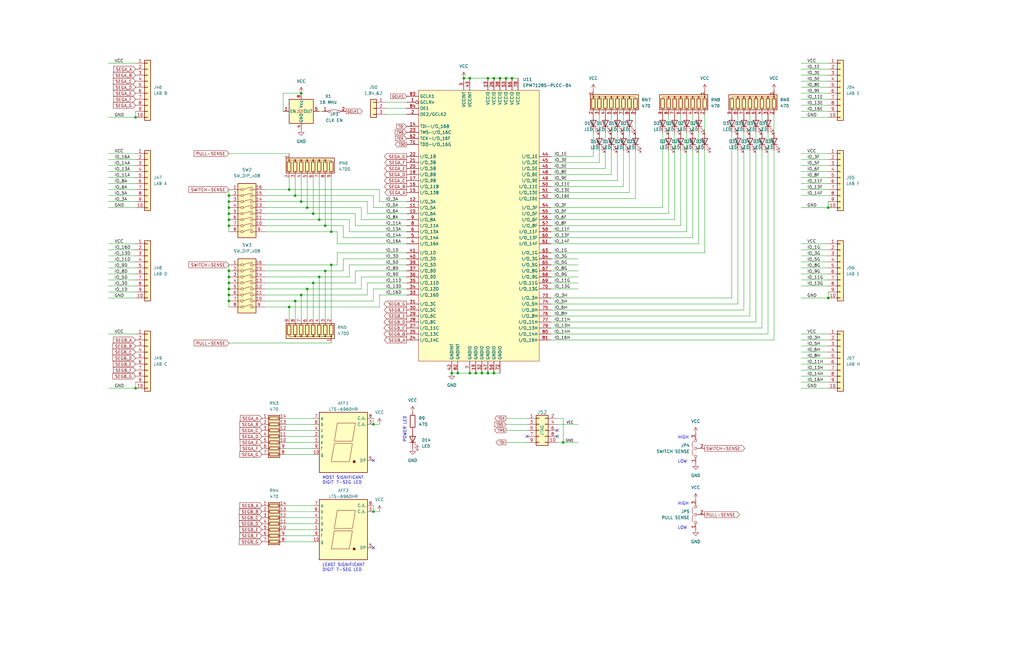
<source format=kicad_sch>
(kicad_sch (version 20211123) (generator eeschema)
  (paper "B")
  (junction (at 193.04 157.48))
  (junction (at 213.36 33.02))
  (junction (at 200.66 157.48))
  (junction (at 198.12 33.02))
  (junction (at 96.52 92.71))
  (junction (at 134.62 92.71))
  (junction (at 208.28 157.48))
  (junction (at 210.82 33.02))
  (junction (at 96.52 82.55))
  (junction (at 132.08 90.17))
  (junction (at 127 85.09))
  (junction (at 349.25 87.63))
  (junction (at 121.92 80.01))
  (junction (at 96.52 116.84))
  (junction (at 190.5 157.48))
  (junction (at 129.54 87.63))
  (junction (at 195.58 33.02))
  (junction (at 205.74 157.48))
  (junction (at 96.52 127))
  (junction (at 139.7 111.76))
  (junction (at 237.49 186.69))
  (junction (at 96.52 85.09))
  (junction (at 124.46 127))
  (junction (at 124.46 82.55))
  (junction (at 96.52 90.17))
  (junction (at 349.25 125.73))
  (junction (at 127 39.37))
  (junction (at 129.54 121.92))
  (junction (at 205.74 33.02))
  (junction (at 96.52 124.46))
  (junction (at 137.16 114.3))
  (junction (at 215.9 33.02))
  (junction (at 198.12 157.48))
  (junction (at 157.48 179.07))
  (junction (at 96.52 121.92))
  (junction (at 96.52 114.3))
  (junction (at 203.2 157.48))
  (junction (at 137.16 95.25))
  (junction (at 57.15 163.83))
  (junction (at 57.15 49.53))
  (junction (at 96.52 119.38))
  (junction (at 96.52 87.63))
  (junction (at 157.48 215.9))
  (junction (at 96.52 95.25))
  (junction (at 132.08 119.38))
  (junction (at 208.28 33.02))
  (junction (at 134.62 116.84))
  (junction (at 121.92 129.54))
  (junction (at 139.7 97.79))
  (junction (at 127 124.46))
  (no_connect (at 234.95 184.15))
  (no_connect (at 157.48 194.31))
  (no_connect (at 234.95 181.61))
  (no_connect (at 157.48 231.14))
  (no_connect (at 222.25 184.15))
  (wire (pts (xy 137.16 74.93) (xy 137.16 95.25)))
  (wire (pts (xy 45.72 69.85) (xy 57.15 69.85)))
  (wire (pts (xy 129.54 74.93) (xy 129.54 87.63)))
  (wire (pts (xy 337.82 120.65) (xy 349.25 120.65)))
  (wire (pts (xy 232.41 78.74) (xy 262.89 78.74)))
  (wire (pts (xy 297.18 63.5) (xy 297.18 106.68)))
  (wire (pts (xy 120.65 181.61) (xy 132.08 181.61)))
  (wire (pts (xy 45.72 80.01) (xy 57.15 80.01)))
  (wire (pts (xy 96.52 121.92) (xy 96.52 124.46)))
  (wire (pts (xy 149.86 95.25) (xy 171.45 95.25)))
  (wire (pts (xy 294.64 55.88) (xy 294.64 102.87)))
  (wire (pts (xy 337.82 87.63) (xy 349.25 87.63)))
  (wire (pts (xy 45.72 77.47) (xy 57.15 77.47)))
  (wire (pts (xy 232.41 100.33) (xy 292.1 100.33)))
  (wire (pts (xy 337.82 77.47) (xy 349.25 77.47)))
  (wire (pts (xy 257.81 48.26) (xy 257.81 55.88)))
  (wire (pts (xy 162.56 48.26) (xy 171.45 48.26)))
  (wire (pts (xy 96.52 124.46) (xy 96.52 127)))
  (wire (pts (xy 57.15 161.29) (xy 57.15 163.83)))
  (wire (pts (xy 129.54 87.63) (xy 152.4 87.63)))
  (wire (pts (xy 147.32 97.79) (xy 171.45 97.79)))
  (wire (pts (xy 205.74 33.02) (xy 208.28 33.02)))
  (wire (pts (xy 337.82 29.21) (xy 349.25 29.21)))
  (wire (pts (xy 222.25 179.07) (xy 213.36 179.07)))
  (wire (pts (xy 337.82 102.87) (xy 349.25 102.87)))
  (wire (pts (xy 127 85.09) (xy 154.94 85.09)))
  (wire (pts (xy 337.82 31.75) (xy 349.25 31.75)))
  (wire (pts (xy 149.86 119.38) (xy 132.08 119.38)))
  (wire (pts (xy 45.72 105.41) (xy 57.15 105.41)))
  (wire (pts (xy 144.78 109.22) (xy 171.45 109.22)))
  (wire (pts (xy 127 74.93) (xy 127 85.09)))
  (wire (pts (xy 139.7 74.93) (xy 139.7 97.79)))
  (wire (pts (xy 121.92 74.93) (xy 121.92 80.01)))
  (wire (pts (xy 337.82 158.75) (xy 349.25 158.75)))
  (wire (pts (xy 120.65 220.98) (xy 132.08 220.98)))
  (wire (pts (xy 337.82 143.51) (xy 349.25 143.51)))
  (wire (pts (xy 45.72 163.83) (xy 57.15 163.83)))
  (wire (pts (xy 337.82 69.85) (xy 349.25 69.85)))
  (wire (pts (xy 308.61 125.73) (xy 232.41 125.73)))
  (wire (pts (xy 190.5 157.48) (xy 193.04 157.48)))
  (wire (pts (xy 134.62 116.84) (xy 147.32 116.84)))
  (wire (pts (xy 171.45 92.71) (xy 152.4 92.71)))
  (wire (pts (xy 337.82 44.45) (xy 349.25 44.45)))
  (wire (pts (xy 137.16 114.3) (xy 137.16 134.62)))
  (wire (pts (xy 111.76 92.71) (xy 134.62 92.71)))
  (wire (pts (xy 96.52 114.3) (xy 96.52 116.84)))
  (wire (pts (xy 96.52 119.38) (xy 96.52 121.92)))
  (wire (pts (xy 232.41 90.17) (xy 281.94 90.17)))
  (wire (pts (xy 267.97 63.5) (xy 267.97 83.82)))
  (wire (pts (xy 349.25 85.09) (xy 349.25 87.63)))
  (wire (pts (xy 134.62 46.99) (xy 135.89 46.99)))
  (wire (pts (xy 57.15 46.99) (xy 57.15 49.53)))
  (wire (pts (xy 337.82 118.11) (xy 349.25 118.11)))
  (wire (pts (xy 232.41 128.27) (xy 311.15 128.27)))
  (wire (pts (xy 162.56 43.18) (xy 171.45 43.18)))
  (wire (pts (xy 311.15 63.5) (xy 311.15 128.27)))
  (wire (pts (xy 337.82 151.13) (xy 349.25 151.13)))
  (wire (pts (xy 262.89 78.74) (xy 262.89 63.5)))
  (wire (pts (xy 232.41 66.04) (xy 250.19 66.04)))
  (wire (pts (xy 222.25 176.53) (xy 213.36 176.53)))
  (wire (pts (xy 154.94 119.38) (xy 154.94 124.46)))
  (wire (pts (xy 157.48 121.92) (xy 171.45 121.92)))
  (wire (pts (xy 321.31 63.5) (xy 321.31 138.43)))
  (wire (pts (xy 323.85 140.97) (xy 232.41 140.97)))
  (wire (pts (xy 337.82 80.01) (xy 349.25 80.01)))
  (wire (pts (xy 208.28 157.48) (xy 210.82 157.48)))
  (wire (pts (xy 337.82 64.77) (xy 349.25 64.77)))
  (wire (pts (xy 287.02 48.26) (xy 287.02 55.88)))
  (wire (pts (xy 337.82 39.37) (xy 349.25 39.37)))
  (wire (pts (xy 234.95 176.53) (xy 237.49 176.53)))
  (wire (pts (xy 111.76 97.79) (xy 139.7 97.79)))
  (wire (pts (xy 120.65 179.07) (xy 132.08 179.07)))
  (wire (pts (xy 120.65 228.6) (xy 132.08 228.6)))
  (wire (pts (xy 171.45 124.46) (xy 160.02 124.46)))
  (wire (pts (xy 121.92 129.54) (xy 121.92 134.62)))
  (wire (pts (xy 157.48 179.07) (xy 160.02 179.07)))
  (wire (pts (xy 287.02 63.5) (xy 287.02 95.25)))
  (wire (pts (xy 232.41 116.84) (xy 243.84 116.84)))
  (wire (pts (xy 157.48 176.53) (xy 157.48 179.07)))
  (wire (pts (xy 289.56 97.79) (xy 232.41 97.79)))
  (wire (pts (xy 208.28 33.02) (xy 210.82 33.02)))
  (wire (pts (xy 142.24 102.87) (xy 142.24 97.79)))
  (wire (pts (xy 205.74 157.48) (xy 208.28 157.48)))
  (wire (pts (xy 232.41 71.12) (xy 255.27 71.12)))
  (wire (pts (xy 111.76 80.01) (xy 121.92 80.01)))
  (wire (pts (xy 232.41 81.28) (xy 265.43 81.28)))
  (wire (pts (xy 232.41 114.3) (xy 243.84 114.3)))
  (wire (pts (xy 279.4 55.88) (xy 279.4 87.63)))
  (wire (pts (xy 193.04 157.48) (xy 198.12 157.48)))
  (wire (pts (xy 96.52 92.71) (xy 96.52 95.25)))
  (wire (pts (xy 132.08 74.93) (xy 132.08 90.17)))
  (wire (pts (xy 96.52 144.78) (xy 139.7 144.78)))
  (wire (pts (xy 232.41 119.38) (xy 243.84 119.38)))
  (wire (pts (xy 260.35 76.2) (xy 260.35 55.88)))
  (wire (pts (xy 213.36 186.69) (xy 222.25 186.69)))
  (wire (pts (xy 45.72 102.87) (xy 57.15 102.87)))
  (wire (pts (xy 255.27 71.12) (xy 255.27 55.88)))
  (wire (pts (xy 124.46 127) (xy 124.46 134.62)))
  (wire (pts (xy 96.52 82.55) (xy 96.52 85.09)))
  (wire (pts (xy 284.48 55.88) (xy 284.48 92.71)))
  (wire (pts (xy 134.62 92.71) (xy 147.32 92.71)))
  (wire (pts (xy 337.82 161.29) (xy 349.25 161.29)))
  (wire (pts (xy 198.12 33.02) (xy 205.74 33.02)))
  (wire (pts (xy 257.81 63.5) (xy 257.81 73.66)))
  (wire (pts (xy 318.77 135.89) (xy 232.41 135.89)))
  (wire (pts (xy 297.18 48.26) (xy 297.18 55.88)))
  (wire (pts (xy 124.46 74.93) (xy 124.46 82.55)))
  (wire (pts (xy 213.36 33.02) (xy 215.9 33.02)))
  (wire (pts (xy 232.41 109.22) (xy 243.84 109.22)))
  (wire (pts (xy 120.65 213.36) (xy 132.08 213.36)))
  (wire (pts (xy 96.52 64.77) (xy 121.92 64.77)))
  (wire (pts (xy 45.72 72.39) (xy 57.15 72.39)))
  (wire (pts (xy 337.82 36.83) (xy 349.25 36.83)))
  (wire (pts (xy 127 39.37) (xy 119.38 39.37)))
  (wire (pts (xy 157.48 215.9) (xy 160.02 215.9)))
  (wire (pts (xy 45.72 107.95) (xy 57.15 107.95)))
  (wire (pts (xy 139.7 111.76) (xy 142.24 111.76)))
  (wire (pts (xy 147.32 111.76) (xy 171.45 111.76)))
  (wire (pts (xy 129.54 121.92) (xy 152.4 121.92)))
  (wire (pts (xy 160.02 85.09) (xy 171.45 85.09)))
  (wire (pts (xy 337.82 67.31) (xy 349.25 67.31)))
  (wire (pts (xy 134.62 116.84) (xy 134.62 134.62)))
  (wire (pts (xy 337.82 49.53) (xy 349.25 49.53)))
  (wire (pts (xy 45.72 110.49) (xy 57.15 110.49)))
  (wire (pts (xy 337.82 72.39) (xy 349.25 72.39)))
  (wire (pts (xy 337.82 105.41) (xy 349.25 105.41)))
  (wire (pts (xy 149.86 90.17) (xy 149.86 95.25)))
  (wire (pts (xy 250.19 55.88) (xy 250.19 66.04)))
  (wire (pts (xy 323.85 55.88) (xy 323.85 140.97)))
  (wire (pts (xy 111.76 111.76) (xy 139.7 111.76)))
  (wire (pts (xy 326.39 63.5) (xy 326.39 143.51)))
  (wire (pts (xy 96.52 80.01) (xy 96.52 82.55)))
  (wire (pts (xy 308.61 55.88) (xy 308.61 125.73)))
  (wire (pts (xy 45.72 85.09) (xy 57.15 85.09)))
  (wire (pts (xy 132.08 90.17) (xy 149.86 90.17)))
  (wire (pts (xy 45.72 74.93) (xy 57.15 74.93)))
  (wire (pts (xy 171.45 87.63) (xy 157.48 87.63)))
  (wire (pts (xy 111.76 95.25) (xy 137.16 95.25)))
  (wire (pts (xy 142.24 106.68) (xy 171.45 106.68)))
  (wire (pts (xy 120.65 215.9) (xy 132.08 215.9)))
  (wire (pts (xy 237.49 176.53) (xy 237.49 186.69)))
  (wire (pts (xy 337.82 74.93) (xy 349.25 74.93)))
  (wire (pts (xy 152.4 116.84) (xy 171.45 116.84)))
  (wire (pts (xy 234.95 179.07) (xy 243.84 179.07)))
  (wire (pts (xy 284.48 92.71) (xy 232.41 92.71)))
  (wire (pts (xy 45.72 67.31) (xy 57.15 67.31)))
  (wire (pts (xy 160.02 124.46) (xy 160.02 129.54)))
  (wire (pts (xy 127 124.46) (xy 127 134.62)))
  (wire (pts (xy 337.82 26.67) (xy 349.25 26.67)))
  (wire (pts (xy 121.92 80.01) (xy 160.02 80.01)))
  (wire (pts (xy 142.24 97.79) (xy 139.7 97.79)))
  (wire (pts (xy 171.45 119.38) (xy 154.94 119.38)))
  (wire (pts (xy 120.65 218.44) (xy 132.08 218.44)))
  (wire (pts (xy 252.73 68.58) (xy 232.41 68.58)))
  (wire (pts (xy 157.48 87.63) (xy 157.48 82.55)))
  (wire (pts (xy 265.43 81.28) (xy 265.43 55.88)))
  (wire (pts (xy 142.24 111.76) (xy 142.24 106.68)))
  (wire (pts (xy 326.39 48.26) (xy 326.39 55.88)))
  (wire (pts (xy 337.82 46.99) (xy 349.25 46.99)))
  (wire (pts (xy 162.56 45.72) (xy 171.45 45.72)))
  (wire (pts (xy 147.32 92.71) (xy 147.32 97.79)))
  (wire (pts (xy 144.78 95.25) (xy 144.78 100.33)))
  (wire (pts (xy 232.41 95.25) (xy 287.02 95.25)))
  (wire (pts (xy 45.72 64.77) (xy 57.15 64.77)))
  (wire (pts (xy 281.94 48.26) (xy 281.94 55.88)))
  (wire (pts (xy 111.76 82.55) (xy 124.46 82.55)))
  (wire (pts (xy 144.78 100.33) (xy 171.45 100.33)))
  (wire (pts (xy 120.65 176.53) (xy 132.08 176.53)))
  (wire (pts (xy 232.41 76.2) (xy 260.35 76.2)))
  (wire (pts (xy 154.94 124.46) (xy 127 124.46)))
  (wire (pts (xy 171.45 102.87) (xy 142.24 102.87)))
  (wire (pts (xy 318.77 55.88) (xy 318.77 135.89)))
  (wire (pts (xy 232.41 87.63) (xy 279.4 87.63)))
  (wire (pts (xy 349.25 123.19) (xy 349.25 125.73)))
  (wire (pts (xy 152.4 121.92) (xy 152.4 116.84)))
  (wire (pts (xy 144.78 109.22) (xy 144.78 114.3)))
  (wire (pts (xy 337.82 82.55) (xy 349.25 82.55)))
  (wire (pts (xy 210.82 33.02) (xy 213.36 33.02)))
  (wire (pts (xy 129.54 121.92) (xy 129.54 134.62)))
  (wire (pts (xy 154.94 90.17) (xy 171.45 90.17)))
  (wire (pts (xy 237.49 186.69) (xy 243.84 186.69)))
  (wire (pts (xy 157.48 127) (xy 157.48 121.92)))
  (wire (pts (xy 111.76 85.09) (xy 127 85.09)))
  (wire (pts (xy 252.73 63.5) (xy 252.73 68.58)))
  (wire (pts (xy 139.7 111.76) (xy 139.7 134.62)))
  (wire (pts (xy 152.4 92.71) (xy 152.4 87.63)))
  (wire (pts (xy 45.72 87.63) (xy 57.15 87.63)))
  (wire (pts (xy 96.52 95.25) (xy 96.52 97.79)))
  (wire (pts (xy 232.41 121.92) (xy 243.84 121.92)))
  (wire (pts (xy 45.72 82.55) (xy 57.15 82.55)))
  (wire (pts (xy 215.9 33.02) (xy 218.44 33.02)))
  (wire (pts (xy 147.32 116.84) (xy 147.32 111.76)))
  (wire (pts (xy 134.62 74.93) (xy 134.62 92.71)))
  (wire (pts (xy 154.94 85.09) (xy 154.94 90.17)))
  (wire (pts (xy 96.52 90.17) (xy 96.52 92.71)))
  (wire (pts (xy 294.64 102.87) (xy 232.41 102.87)))
  (wire (pts (xy 45.72 115.57) (xy 57.15 115.57)))
  (wire (pts (xy 120.65 184.15) (xy 132.08 184.15)))
  (wire (pts (xy 160.02 129.54) (xy 121.92 129.54)))
  (wire (pts (xy 337.82 115.57) (xy 349.25 115.57)))
  (wire (pts (xy 337.82 156.21) (xy 349.25 156.21)))
  (wire (pts (xy 132.08 119.38) (xy 132.08 134.62)))
  (wire (pts (xy 96.52 87.63) (xy 96.52 90.17)))
  (wire (pts (xy 316.23 63.5) (xy 316.23 133.35)))
  (wire (pts (xy 111.76 121.92) (xy 129.54 121.92)))
  (wire (pts (xy 157.48 213.36) (xy 157.48 215.9)))
  (wire (pts (xy 120.65 223.52) (xy 132.08 223.52)))
  (wire (pts (xy 337.82 113.03) (xy 349.25 113.03)))
  (wire (pts (xy 232.41 111.76) (xy 243.84 111.76)))
  (wire (pts (xy 232.41 143.51) (xy 326.39 143.51)))
  (wire (pts (xy 203.2 157.48) (xy 205.74 157.48)))
  (wire (pts (xy 149.86 114.3) (xy 149.86 119.38)))
  (wire (pts (xy 337.82 41.91) (xy 349.25 41.91)))
  (wire (pts (xy 292.1 63.5) (xy 292.1 100.33)))
  (wire (pts (xy 45.72 113.03) (xy 57.15 113.03)))
  (wire (pts (xy 337.82 140.97) (xy 349.25 140.97)))
  (wire (pts (xy 157.48 82.55) (xy 124.46 82.55)))
  (wire (pts (xy 262.89 48.26) (xy 262.89 55.88)))
  (wire (pts (xy 311.15 48.26) (xy 311.15 55.88)))
  (wire (pts (xy 45.72 140.97) (xy 57.15 140.97)))
  (wire (pts (xy 96.52 127) (xy 96.52 129.54)))
  (wire (pts (xy 120.65 191.77) (xy 132.08 191.77)))
  (wire (pts (xy 45.72 49.53) (xy 57.15 49.53)))
  (wire (pts (xy 144.78 114.3) (xy 137.16 114.3)))
  (wire (pts (xy 120.65 189.23) (xy 132.08 189.23)))
  (wire (pts (xy 232.41 106.68) (xy 297.18 106.68)))
  (wire (pts (xy 111.76 87.63) (xy 129.54 87.63)))
  (wire (pts (xy 45.72 125.73) (xy 57.15 125.73)))
  (wire (pts (xy 111.76 129.54) (xy 121.92 129.54)))
  (wire (pts (xy 337.82 146.05) (xy 349.25 146.05)))
  (wire (pts (xy 213.36 181.61) (xy 222.25 181.61)))
  (wire (pts (xy 292.1 48.26) (xy 292.1 55.88)))
  (wire (pts (xy 45.72 120.65) (xy 57.15 120.65)))
  (wire (pts (xy 232.41 133.35) (xy 316.23 133.35)))
  (wire (pts (xy 257.81 73.66) (xy 232.41 73.66)))
  (wire (pts (xy 337.82 148.59) (xy 349.25 148.59)))
  (wire (pts (xy 137.16 95.25) (xy 144.78 95.25)))
  (wire (pts (xy 96.52 85.09) (xy 96.52 87.63)))
  (wire (pts (xy 111.76 114.3) (xy 137.16 114.3)))
  (wire (pts (xy 45.72 123.19) (xy 57.15 123.19)))
  (wire (pts (xy 198.12 157.48) (xy 200.66 157.48)))
  (wire (pts (xy 120.65 226.06) (xy 132.08 226.06)))
  (wire (pts (xy 111.76 90.17) (xy 132.08 90.17)))
  (wire (pts (xy 96.52 116.84) (xy 96.52 119.38)))
  (wire (pts (xy 337.82 163.83) (xy 349.25 163.83)))
  (wire (pts (xy 337.82 34.29) (xy 349.25 34.29)))
  (wire (pts (xy 267.97 83.82) (xy 232.41 83.82)))
  (wire (pts (xy 111.76 116.84) (xy 134.62 116.84)))
  (wire (pts (xy 313.69 55.88) (xy 313.69 130.81)))
  (wire (pts (xy 281.94 63.5) (xy 281.94 90.17)))
  (wire (pts (xy 316.23 48.26) (xy 316.23 55.88)))
  (wire (pts (xy 200.66 157.48) (xy 203.2 157.48)))
  (wire (pts (xy 171.45 114.3) (xy 149.86 114.3)))
  (wire (pts (xy 337.82 153.67) (xy 349.25 153.67)))
  (wire (pts (xy 337.82 125.73) (xy 349.25 125.73)))
  (wire (pts (xy 111.76 124.46) (xy 127 124.46)))
  (wire (pts (xy 111.76 119.38) (xy 132.08 119.38)))
  (wire (pts (xy 119.38 39.37) (xy 119.38 46.99)))
  (wire (pts (xy 160.02 80.01) (xy 160.02 85.09)))
  (wire (pts (xy 252.73 48.26) (xy 252.73 55.88)))
  (wire (pts (xy 124.46 127) (xy 157.48 127)))
  (wire (pts (xy 45.72 118.11) (xy 57.15 118.11)))
  (wire (pts (xy 195.58 33.02) (xy 198.12 33.02)))
  (wire (pts (xy 289.56 55.88) (xy 289.56 97.79)))
  (wire (pts (xy 337.82 110.49) (xy 349.25 110.49)))
  (wire (pts (xy 96.52 111.76) (xy 96.52 114.3)))
  (wire (pts (xy 120.65 186.69) (xy 132.08 186.69)))
  (wire (pts (xy 337.82 107.95) (xy 349.25 107.95)))
  (wire (pts (xy 234.95 186.69) (xy 237.49 186.69)))
  (wire (pts (xy 45.72 26.67) (xy 57.15 26.67)))
  (wire (pts (xy 321.31 48.26) (xy 321.31 55.88)))
  (wire (pts (xy 267.97 48.26) (xy 267.97 55.88)))
  (wire (pts (xy 111.76 127) (xy 124.46 127)))
  (wire (pts (xy 232.41 138.43) (xy 321.31 138.43)))
  (wire (pts (xy 313.69 130.81) (xy 232.41 130.81)))
  (text "LOW" (at 285.75 223.52 0) (effects (font (size 1.27 1.27)) (justify left bottom)))
  (text "LEAST SIGNIFICANT\nDIGIT 7-SEG LED" (at 135.89 241.3 0) (effects (font (size 1.27 1.27)) (justify left bottom)))
  (text "HIGH" (at 285.75 213.36 0) (effects (font (size 1.27 1.27)) (justify left bottom)))
  (text "HIGH" (at 285.75 185.42 0) (effects (font (size 1.27 1.27)) (justify left bottom)))
  (text "LOW" (at 285.75 195.58 0) (effects (font (size 1.27 1.27)) (justify left bottom)))
  (text "MOST SIGNIFICANT\nDIGIT 7-SEG LED" (at 135.89 204.47 0) (effects (font (size 1.27 1.27)) (justify left bottom)))
  (text "POWER LED" (at 171.45 186.69 90) (effects (font (size 1.27 1.27)) (justify left bottom)))
  (label "IO_5H" (at 340.36 146.05 0))
  (label "GND" (at 48.26 87.63 0))
  (label "IO_6A" (at 48.26 80.01 0))
  (label "IO_8A" (at 162.56 92.71 0))
  (label "GND" (at 340.36 163.83 0))
  (label "IO_11G" (at 340.36 118.11 0))
  (label "IO_9G" (at 340.36 115.57 0))
  (label "IO_11E" (at 233.68 78.74 0))
  (label "IO_8E" (at 233.68 73.66 0))
  (label "IO_14H" (at 233.68 140.97 0))
  (label "IO_3E" (at 233.68 68.58 0))
  (label "IO_13H" (at 233.68 138.43 0))
  (label "IO_11A" (at 48.26 74.93 0))
  (label "IO_1E" (at 233.68 66.04 0))
  (label "IO_3D" (at 162.56 109.22 0))
  (label "IO_16A" (at 48.26 67.31 0))
  (label "IO_1E" (at 340.36 29.21 0))
  (label "IO_3G" (at 340.36 107.95 0))
  (label "IO_5H" (at 233.68 128.27 0))
  (label "IO_16D" (at 48.26 105.41 0))
  (label "IO_3F" (at 340.36 67.31 0))
  (label "IO_13A" (at 48.26 72.39 0))
  (label "IO_9E" (at 233.68 76.2 0))
  (label "IO_3H" (at 340.36 143.51 0))
  (label "IO_11H" (at 233.68 135.89 0))
  (label "GND" (at 48.26 49.53 0))
  (label "IO_14A" (at 48.26 69.85 0))
  (label "IO_8A" (at 48.26 77.47 0))
  (label "IO_6A" (at 162.56 90.17 0))
  (label "IO_3H" (at 233.68 125.73 0))
  (label "IO_16E" (at 340.36 46.99 0))
  (label "IO_3G" (at 233.68 109.22 0))
  (label "IO_9G" (at 233.68 116.84 0))
  (label "IO_8H" (at 340.36 151.13 0))
  (label "IO_11E" (at 340.36 41.91 0))
  (label "IO_8F" (at 340.36 74.93 0))
  (label "IO_8D" (at 162.56 114.3 0))
  (label "IO_11G" (at 233.68 119.38 0))
  (label "IO_13G" (at 233.68 121.92 0))
  (label "IO_6F" (at 233.68 92.71 0))
  (label "IO_3F" (at 233.68 87.63 0))
  (label "IO_3A" (at 48.26 85.09 0))
  (label "IO_1G" (at 233.68 106.68 0))
  (label "VCC" (at 48.26 102.87 0))
  (label "GND" (at 238.506 186.69 0) (effects (font (size 1.016 1.016))))
  (label "IO_8E" (at 340.36 36.83 0))
  (label "IO_6F" (at 340.36 72.39 0))
  (label "GND" (at 340.36 125.73 0))
  (label "IO_6H" (at 233.68 130.81 0))
  (label "VCC" (at 340.36 140.97 0))
  (label "IO_1D" (at 48.26 123.19 0))
  (label "IO_16E" (at 233.68 83.82 0))
  (label "GND" (at 340.36 87.63 0))
  (label "VCC" (at 48.26 26.67 0))
  (label "IO_5E" (at 340.36 34.29 0))
  (label "IO_5A" (at 162.56 87.63 0))
  (label "IO_1G" (at 340.36 105.41 0))
  (label "IO_16H" (at 340.36 161.29 0))
  (label "IO_14F" (at 233.68 102.87 0))
  (label "IO_11D" (at 162.56 119.38 0))
  (label "IO_5D" (at 162.56 111.76 0))
  (label "VCC" (at 48.26 140.97 0))
  (label "IO_11F" (at 233.68 97.79 0))
  (label "GND" (at 48.26 163.83 0))
  (label "IO_13D" (at 162.56 121.92 0))
  (label "VCC" (at 340.36 102.87 0))
  (label "IO_13D" (at 48.26 107.95 0))
  (label "IO_16H" (at 233.68 143.51 0))
  (label "IO_5F" (at 340.36 69.85 0))
  (label "IO_13A" (at 162.56 97.79 0))
  (label "VCC" (at 340.36 26.67 0))
  (label "IO_13E" (at 233.68 81.28 0))
  (label "IO_8G" (at 233.68 114.3 0))
  (label "IO_5E" (at 233.68 71.12 0))
  (label "IO_5F" (at 233.68 90.17 0))
  (label "IO_14A" (at 162.56 100.33 0))
  (label "IO_14F" (at 340.36 82.55 0))
  (label "IO_11H" (at 340.36 153.67 0))
  (label "IO_6H" (at 340.36 148.59 0))
  (label "IO_9D" (at 162.56 116.84 0))
  (label "GND" (at 340.36 49.53 0))
  (label "IO_11F" (at 340.36 77.47 0))
  (label "IO_3E" (at 340.36 31.75 0))
  (label "IO_5G" (at 233.68 111.76 0))
  (label "IO_5A" (at 48.26 82.55 0))
  (label "VCC" (at 238.76 179.07 0) (effects (font (size 1.016 1.016))))
  (label "IO_13G" (at 340.36 120.65 0))
  (label "IO_14H" (at 340.36 158.75 0))
  (label "IO_11D" (at 48.26 110.49 0))
  (label "IO_16A" (at 162.56 102.87 0))
  (label "IO_8H" (at 233.68 133.35 0))
  (label "VCC" (at 48.26 64.77 0))
  (label "IO_9D" (at 48.26 113.03 0))
  (label "IO_5D" (at 48.26 118.11 0))
  (label "IO_13F" (at 340.36 80.01 0))
  (label "IO_3D" (at 48.26 120.65 0))
  (label "IO_1D" (at 162.56 106.68 0))
  (label "IO_8D" (at 48.26 115.57 0))
  (label "IO_5G" (at 340.36 110.49 0))
  (label "VCC" (at 340.36 64.77 0))
  (label "IO_16D" (at 162.56 124.46 0))
  (label "IO_8G" (at 340.36 113.03 0))
  (label "IO_3A" (at 162.56 85.09 0))
  (label "IO_13H" (at 340.36 156.21 0))
  (label "IO_13E" (at 340.36 44.45 0))
  (label "IO_11A" (at 162.56 95.25 0))
  (label "IO_13F" (at 233.68 100.33 0))
  (label "IO_8F" (at 233.68 95.25 0))
  (label "IO_9E" (at 340.36 39.37 0))
  (label "GND" (at 48.26 125.73 0))
  (global_label "TDI" (shape output) (at 213.36 186.69 180) (effects (font (size 1.016 1.016))) (property "Intersheet References" "${INTERSHEET_REFS}" (effects hide)))
  (global_label "SEGA_F" (shape input) (at 110.49 189.23 180) (property "Intersheet References" "${INTERSHEET_REFS}" (effects hide)))
  (global_label "SEGB_C" (shape output) (at 171.45 138.43 180) (property "Intersheet References" "${INTERSHEET_REFS}" (effects hide)))
  (global_label "SEGB_G" (shape output) (at 171.45 128.27 180) (property "Intersheet References" "${INTERSHEET_REFS}" (effects hide)))
  (global_label "SEGB_E" (shape input) (at 110.49 223.52 180) (property "Intersheet References" "${INTERSHEET_REFS}" (effects hide)))
  (global_label "TCK" (shape input) (at 171.45 58.42 180) (effects (font (size 1.016 1.016))) (property "Intersheet References" "${INTERSHEET_REFS}" (effects hide)))
  (global_label "SWITCH-SENSE" (shape input) (at 96.52 111.76 180) (property "Intersheet References" "${INTERSHEET_REFS}" (effects hide)))
  (global_label "GCLK1" (shape input) (at 171.45 40.64 180) (effects (font (size 1.016 1.016))) (property "Intersheet References" "${INTERSHEET_REFS}" (effects hide)))
  (global_label "SEGB_D" (shape input) (at 57.15 151.13 180) (property "Intersheet References" "${INTERSHEET_REFS}" (effects hide)))
  (global_label "SEGA_D" (shape input) (at 110.49 184.15 180) (property "Intersheet References" "${INTERSHEET_REFS}" (effects hide)))
  (global_label "SEGB_E" (shape input) (at 57.15 153.67 180) (property "Intersheet References" "${INTERSHEET_REFS}" (effects hide)))
  (global_label "SEGB_B" (shape output) (at 171.45 140.97 180) (property "Intersheet References" "${INTERSHEET_REFS}" (effects hide)))
  (global_label "SEGB_B" (shape input) (at 57.15 146.05 180) (property "Intersheet References" "${INTERSHEET_REFS}" (effects hide)))
  (global_label "SEGB_G" (shape input) (at 57.15 158.75 180) (property "Intersheet References" "${INTERSHEET_REFS}" (effects hide)))
  (global_label "SEGA_G" (shape input) (at 57.15 44.45 180) (property "Intersheet References" "${INTERSHEET_REFS}" (effects hide)))
  (global_label "SEGA_F" (shape output) (at 171.45 68.58 180) (property "Intersheet References" "${INTERSHEET_REFS}" (effects hide)))
  (global_label "SEGB_C" (shape input) (at 110.49 218.44 180) (property "Intersheet References" "${INTERSHEET_REFS}" (effects hide)))
  (global_label "TMS" (shape input) (at 171.45 55.88 180) (effects (font (size 1.016 1.016))) (property "Intersheet References" "${INTERSHEET_REFS}" (effects hide)))
  (global_label "SEGA_A" (shape input) (at 57.15 29.21 180) (property "Intersheet References" "${INTERSHEET_REFS}" (effects hide)))
  (global_label "SWITCH-SENSE" (shape input) (at 96.52 80.01 180) (property "Intersheet References" "${INTERSHEET_REFS}" (effects hide)))
  (global_label "SEGA_C" (shape input) (at 110.49 181.61 180) (property "Intersheet References" "${INTERSHEET_REFS}" (effects hide)))
  (global_label "SEGA_F" (shape input) (at 57.15 41.91 180) (property "Intersheet References" "${INTERSHEET_REFS}" (effects hide)))
  (global_label "TMS" (shape output) (at 213.36 181.61 180) (effects (font (size 1.016 1.016))) (property "Intersheet References" "${INTERSHEET_REFS}" (effects hide)))
  (global_label "SEGA_D" (shape input) (at 57.15 36.83 180) (property "Intersheet References" "${INTERSHEET_REFS}" (effects hide)))
  (global_label "TCK" (shape output) (at 213.36 176.53 180) (effects (font (size 1.016 1.016))) (property "Intersheet References" "${INTERSHEET_REFS}" (effects hide)))
  (global_label "SEGA_D" (shape output) (at 171.45 73.66 180) (property "Intersheet References" "${INTERSHEET_REFS}" (effects hide)))
  (global_label "SEGB_A" (shape output) (at 171.45 143.51 180) (property "Intersheet References" "${INTERSHEET_REFS}" (effects hide)))
  (global_label "SEGA_E" (shape input) (at 57.15 39.37 180) (property "Intersheet References" "${INTERSHEET_REFS}" (effects hide)))
  (global_label "SWITCH-SENSE" (shape output) (at 297.18 189.23 0) (property "Intersheet References" "${INTERSHEET_REFS}" (effects hide)))
  (global_label "SEGA_C" (shape output) (at 171.45 76.2 180) (property "Intersheet References" "${INTERSHEET_REFS}" (effects hide)))
  (global_label "SEGA_G" (shape output) (at 171.45 66.04 180) (property "Intersheet References" "${INTERSHEET_REFS}" (effects hide)))
  (global_label "SEGB_D" (shape output) (at 171.45 135.89 180) (property "Intersheet References" "${INTERSHEET_REFS}" (effects hide)))
  (global_label "PULL-SENSE" (shape output) (at 297.18 217.17 0) (property "Intersheet References" "${INTERSHEET_REFS}" (effects hide)))
  (global_label "SEGB_F" (shape input) (at 57.15 156.21 180) (property "Intersheet References" "${INTERSHEET_REFS}" (effects hide)))
  (global_label "TDI" (shape input) (at 171.45 53.34 180) (effects (font (size 1.016 1.016))) (property "Intersheet References" "${INTERSHEET_REFS}" (effects hide)))
  (global_label "SEGB_E" (shape output) (at 171.45 133.35 180) (property "Intersheet References" "${INTERSHEET_REFS}" (effects hide)))
  (global_label "SEGA_E" (shape output) (at 171.45 71.12 180) (property "Intersheet References" "${INTERSHEET_REFS}" (effects hide)))
  (global_label "SEGA_A" (shape input) (at 110.49 176.53 180) (property "Intersheet References" "${INTERSHEET_REFS}" (effects hide)))
  (global_label "PULL-SENSE" (shape input) (at 96.52 64.77 180) (property "Intersheet References" "${INTERSHEET_REFS}" (effects hide)))
  (global_label "SEGB_F" (shape input) (at 110.49 226.06 180) (property "Intersheet References" "${INTERSHEET_REFS}" (effects hide)))
  (global_label "PULL-SENSE" (shape input) (at 96.52 144.78 180) (property "Intersheet References" "${INTERSHEET_REFS}" (effects hide)))
  (global_label "SEGA_C" (shape input) (at 57.15 34.29 180) (property "Intersheet References" "${INTERSHEET_REFS}" (effects hide)))
  (global_label "TDO" (shape output) (at 171.45 60.96 180) (effects (font (size 1.016 1.016))) (property "Intersheet References" "${INTERSHEET_REFS}" (effects hide)))
  (global_label "SEGA_A" (shape output) (at 171.45 81.28 180) (property "Intersheet References" "${INTERSHEET_REFS}" (effects hide)))
  (global_label "SEGB_A" (shape input) (at 57.15 143.51 180) (property "Intersheet References" "${INTERSHEET_REFS}" (effects hide)))
  (global_label "SEGB_B" (shape input) (at 110.49 215.9 180) (property "Intersheet References" "${INTERSHEET_REFS}" (effects hide)))
  (global_label "SEGB_G" (shape input) (at 110.49 228.6 180) (property "Intersheet References" "${INTERSHEET_REFS}" (effects hide)))
  (global_label "SEGB_D" (shape input) (at 110.49 220.98 180) (property "Intersheet References" "${INTERSHEET_REFS}" (effects hide)))
  (global_label "TDO" (shape input) (at 213.36 179.07 180) (effects (font (size 1.016 1.016))) (property "Intersheet References" "${INTERSHEET_REFS}" (effects hide)))
  (global_label "SEGB_A" (shape input) (at 110.49 213.36 180) (property "Intersheet References" "${INTERSHEET_REFS}" (effects hide)))
  (global_label "SEGB_F" (shape output) (at 171.45 130.81 180) (property "Intersheet References" "${INTERSHEET_REFS}" (effects hide)))
  (global_label "SEGB_C" (shape input) (at 57.15 148.59 180) (property "Intersheet References" "${INTERSHEET_REFS}" (effects hide)))
  (global_label "GCLK1" (shape output) (at 146.05 46.99 0) (effects (font (size 1.016 1.016))) (property "Intersheet References" "${INTERSHEET_REFS}" (effects hide)))
  (global_label "SEGA_B" (shape output) (at 171.45 78.74 180) (property "Intersheet References" "${INTERSHEET_REFS}" (effects hide)))
  (global_label "SEGA_G" (shape input) (at 110.49 191.77 180) (property "Intersheet References" "${INTERSHEET_REFS}" (effects hide)))
  (global_label "SEGA_B" (shape input) (at 110.49 179.07 180) (property "Intersheet References" "${INTERSHEET_REFS}" (effects hide)))
  (global_label "SEGA_B" (shape input) (at 57.15 31.75 180) (property "Intersheet References" "${INTERSHEET_REFS}" (effects hide)))
  (global_label "SEGA_E" (shape input) (at 110.49 186.69 180) (property "Intersheet References" "${INTERSHEET_REFS}" (effects hide)))
  (symbol (lib_id "Device:LED") (at 265.43 52.07 90) (unit 1)
    (property "Reference" "D21" (at 261.62 52.07 90) (effects (justify right)))
    (property "Value" "LED" (at 261.62 54.61 90) (effects (justify right)))
    (property "Footprint" "LED_THT:LED_D3.0mm" (effects hide))
  )
  (symbol (lib_id "Device:LED") (at 250.19 52.07 90) (unit 1)
    (property "Reference" "D15" (at 246.38 52.07 90) (effects (justify right)))
    (property "Value" "LED" (at 246.38 54.61 90) (effects (justify right)))
    (property "Footprint" "LED_THT:LED_D3.0mm" (effects hide))
  )
  (symbol (lib_id "power:VCC") (at 293.37 182.88 0) (unit 1)
    (property "Reference" "#PWR051" (effects hide))
    (property "Value" "VCC" (at 293.37 177.8 0))
  )
  (symbol (lib_id "Device:LED") (at 281.94 59.69 90) (unit 1)
    (property "Reference" "D24" (at 278.13 59.69 90) (effects (justify right)))
    (property "Value" "LED" (at 278.13 62.23 90) (effects (justify right)))
    (property "Footprint" "LED_THT:LED_D3.0mm" (effects hide))
  )
  (symbol (lib_id "power:GND") (at 173.99 189.23 0) (unit 1)
    (property "Reference" "#PWR043" (effects hide))
    (property "Value" "GND" (at 173.99 194.31 0))
  )
  (symbol (lib_id "Device:R_Pack07") (at 115.57 220.98 270) (unit 1)
    (property "Reference" "RN4" (at 115.57 207.01 90))
    (property "Value" "470" (at 115.57 209.55 90))
    (property "Footprint" "Package_DIP:DIP-14_W7.62mm" (effects hide))
  )
  (symbol (lib_id "Device:LED") (at 311.15 59.69 90) (unit 1)
    (property "Reference" "D32" (at 307.34 59.69 90) (effects (justify right)))
    (property "Value" "LED" (at 307.34 62.23 90) (effects (justify right)))
    (property "Footprint" "LED_THT:LED_D3.0mm" (effects hide))
  )
  (symbol (lib_id "Device:R_Network08") (at 287.02 43.18 0) (mirror y) (unit 1)
    (property "Reference" "RN8" (at 299.72 42.1639 0) (effects (justify right)))
    (property "Value" "470" (at 299.72 44.7039 0) (effects (justify right)))
    (property "Footprint" "Resistor_THT:R_Array_SIP9" (effects hide))
    (property "Datasheet" "http://www.vishay.com/docs/31509/csc.pdf" (effects hide))
  )
  (symbol (lib_id "Display_Character:LTS-6960HR") (at 144.78 223.52 0) (unit 1)
    (property "Reference" "AFF2" (at 144.78 207.01 0))
    (property "Value" "LTS-6960HR" (at 144.78 209.55 0))
    (property "Footprint" "Display_7Segment:7SegmentLED_LTS6760_LTS6780" (effects hide))
    (property "Datasheet" "https://datasheet.octopart.com/LTS-6960HR-Lite-On-datasheet-11803242.pdf" (effects hide))
  )
  (symbol (lib_id "power:VCC") (at 173.99 173.99 0) (unit 1)
    (property "Reference" "#PWR042" (effects hide))
    (property "Value" "VCC" (at 173.99 168.91 0))
  )
  (symbol (lib_id "Connector_Generic:Conn_01x10") (at 62.23 36.83 0) (unit 1)
    (property "Reference" "J46" (at 64.77 36.8299 0) (effects (justify left)))
    (property "Value" "LAB B" (at 64.77 39.3699 0) (effects (justify left)))
    (property "Footprint" "Connector_PinSocket_2.54mm:PinSocket_1x10_P2.54mm_Vertical" (effects hide))
  )
  (symbol (lib_id "Device:LED") (at 323.85 52.07 90) (unit 1)
    (property "Reference" "D37" (at 320.04 52.07 90) (effects (justify right)))
    (property "Value" "LED" (at 320.04 54.61 90) (effects (justify right)))
    (property "Footprint" "LED_THT:LED_D3.0mm" (effects hide))
  )
  (symbol (lib_id "Connector_Generic:Conn_02x05_Odd_Even") (at 227.33 181.61 0) (unit 1)
    (property "Reference" "J52" (at 228.6 173.99 0) (effects (font (size 1.524 1.524))))
    (property "Value" "JTAG" (at 228.6 181.61 90))
    (property "Footprint" "Connector_IDC:IDC-Header_2x05_P2.54mm_Vertical" (effects hide))
  )
  (symbol (lib_id "Device:LED") (at 326.39 59.69 90) (unit 1)
    (property "Reference" "D38" (at 322.58 59.69 90) (effects (justify right)))
    (property "Value" "LED" (at 322.58 62.23 90) (effects (justify right)))
    (property "Footprint" "LED_THT:LED_D3.0mm" (effects hide))
  )
  (symbol (lib_id "Device:LED") (at 287.02 59.69 90) (unit 1)
    (property "Reference" "D26" (at 283.21 59.69 90) (effects (justify right)))
    (property "Value" "LED" (at 283.21 62.23 90) (effects (justify right)))
    (property "Footprint" "LED_THT:LED_D3.0mm" (effects hide))
  )
  (symbol (lib_id "power:VCC") (at 160.02 215.9 0) (unit 1)
    (property "Reference" "#PWR041" (effects hide))
    (property "Value" "VCC" (at 160.02 210.82 0))
  )
  (symbol (lib_id "Device:LED") (at 252.73 59.69 90) (unit 1)
    (property "Reference" "D16" (at 248.92 59.69 90) (effects (justify right)))
    (property "Value" "LED" (at 248.92 62.23 90) (effects (justify right)))
    (property "Footprint" "LED_THT:LED_D3.0mm" (effects hide))
  )
  (symbol (lib_id "EPM7128S-PLCC-84:EPM7128S-PLCC-84") (at 201.93 95.25 0) (unit 1)
    (property "Reference" "U11" (at 220.4594 33.528 0) (effects (justify left)))
    (property "Value" "EPM7128S-PLCC-84" (at 220.4594 36.068 0) (effects (justify left)))
    (property "Footprint" "Package_LCC:PLCC-84_THT-Socket" (effects hide))
  )
  (symbol (lib_id "Device:R_Network08") (at 132.08 69.85 0) (unit 1)
    (property "Reference" "RN6" (at 142.748 68.8339 0) (effects (justify left)))
    (property "Value" "4700" (at 142.748 71.3739 0) (effects (justify left)))
    (property "Footprint" "Resistor_THT:R_Array_SIP9" (effects hide))
    (property "Datasheet" "http://www.vishay.com/docs/31509/csc.pdf" (effects hide))
  )
  (symbol (lib_id "Device:R_Pack07") (at 115.57 184.15 270) (unit 1)
    (property "Reference" "RN3" (at 115.57 170.18 90))
    (property "Value" "470" (at 115.57 172.72 90))
    (property "Footprint" "Package_DIP:DIP-14_W7.62mm" (effects hide))
  )
  (symbol (lib_id "power:VCC") (at 326.39 38.1 0) (unit 1)
    (property "Reference" "#PWR056" (effects hide))
    (property "Value" "VCC" (at 326.39 33.02 0))
  )
  (symbol (lib_id "Switch:SW_DIP_x08") (at 104.14 121.92 0) (unit 1)
    (property "Reference" "SW3" (at 104.14 103.378 0))
    (property "Value" "SW_DIP_x08" (at 104.14 105.918 0))
    (property "Footprint" "Button_Switch_THT:SW_DIP_SPSTx08_Slide_9.78x22.5mm_W7.62mm_P2.54mm" (effects hide))
  )
  (symbol (lib_id "Switch:SW_DIP_x08") (at 104.14 90.17 0) (unit 1)
    (property "Reference" "SW2" (at 104.14 71.628 0))
    (property "Value" "SW_DIP_x08" (at 104.14 74.168 0))
    (property "Footprint" "Button_Switch_THT:SW_DIP_SPSTx08_Slide_9.78x22.5mm_W7.62mm_P2.54mm" (effects hide))
  )
  (symbol (lib_id "Oscillator:CXO_DIP8") (at 127 46.99 0) (unit 1)
    (property "Reference" "X1" (at 138.43 40.64 0))
    (property "Value" "16 MHz" (at 138.43 43.18 0))
    (property "Footprint" "Oscillator:Oscillator_DIP-8" (effects hide))
    (property "Datasheet" "http://cdn-reichelt.de/documents/datenblatt/B400/OSZI.pdf" (effects hide))
  )
  (symbol (lib_id "Device:LED") (at 292.1 59.69 90) (unit 1)
    (property "Reference" "D28" (at 288.29 59.69 90) (effects (justify right)))
    (property "Value" "LED" (at 288.29 62.23 90) (effects (justify right)))
    (property "Footprint" "LED_THT:LED_D3.0mm" (effects hide))
  )
  (symbol (lib_id "Device:LED") (at 279.4 52.07 90) (unit 1)
    (property "Reference" "D23" (at 275.59 52.07 90) (effects (justify right)))
    (property "Value" "LED" (at 275.59 54.61 90) (effects (justify right)))
    (property "Footprint" "LED_THT:LED_D3.0mm" (effects hide))
  )
  (symbol (lib_id "power:VCC") (at 250.19 38.1 0) (unit 1)
    (property "Reference" "#PWR050" (effects hide))
    (property "Value" "VCC" (at 250.19 33.02 0))
  )
  (symbol (lib_id "Jumper:Jumper_3_Open") (at 293.37 217.17 90) (unit 1)
    (property "Reference" "JP5" (at 290.83 215.8999 90) (effects (justify left)))
    (property "Value" "PULL SENSE" (at 290.83 218.4399 90) (effects (justify left)))
    (property "Footprint" "Connector_PinHeader_2.54mm:PinHeader_1x03_P2.54mm_Vertical" (effects hide))
  )
  (symbol (lib_id "power:GND") (at 190.5 157.48 0) (unit 1)
    (property "Reference" "#PWR045" (effects hide))
    (property "Value" "GND" (at 190.5 162.56 0))
  )
  (symbol (lib_id "power:VCC") (at 127 39.37 0) (unit 1)
    (property "Reference" "#PWR038" (effects hide))
    (property "Value" "VCC" (at 127 34.29 0))
  )
  (symbol (lib_id "Device:LED") (at 294.64 52.07 90) (unit 1)
    (property "Reference" "D29" (at 290.83 52.07 90) (effects (justify right)))
    (property "Value" "LED" (at 290.83 54.61 90) (effects (justify right)))
    (property "Footprint" "LED_THT:LED_D3.0mm" (effects hide))
  )
  (symbol (lib_id "power:VCC") (at 195.58 33.02 0) (unit 1)
    (property "Reference" "#PWR046" (effects hide))
    (property "Value" "VCC" (at 195.58 27.94 0))
  )
  (symbol (lib_id "power:GND") (at 293.37 195.58 0) (unit 1)
    (property "Reference" "#PWR052" (effects hide))
    (property "Value" "GND" (at 293.37 200.66 0))
  )
  (symbol (lib_id "Device:LED") (at 257.81 59.69 90) (unit 1)
    (property "Reference" "D18" (at 254 59.69 90) (effects (justify right)))
    (property "Value" "LED" (at 254 62.23 90) (effects (justify right)))
    (property "Footprint" "LED_THT:LED_D3.0mm" (effects hide))
  )
  (symbol (lib_id "Connector_Generic:Conn_01x10") (at 354.33 74.93 0) (unit 1)
    (property "Reference" "J55" (at 356.87 74.9299 0) (effects (justify left)))
    (property "Value" "LAB F" (at 356.87 77.4699 0) (effects (justify left)))
    (property "Footprint" "Connector_PinSocket_2.54mm:PinSocket_1x10_P2.54mm_Vertical" (effects hide))
  )
  (symbol (lib_id "Device:LED") (at 289.56 52.07 90) (unit 1)
    (property "Reference" "D27" (at 285.75 52.07 90) (effects (justify right)))
    (property "Value" "LED" (at 285.75 54.61 90) (effects (justify right)))
    (property "Footprint" "LED_THT:LED_D3.0mm" (effects hide))
  )
  (symbol (lib_id "Connector_Generic:Conn_01x10") (at 62.23 74.93 0) (unit 1)
    (property "Reference" "J47" (at 64.77 74.9299 0) (effects (justify left)))
    (property "Value" "LAB A" (at 64.77 77.4699 0) (effects (justify left)))
    (property "Footprint" "Connector_PinSocket_2.54mm:PinSocket_1x10_P2.54mm_Vertical" (effects hide))
  )
  (symbol (lib_id "Device:LED") (at 262.89 59.69 90) (unit 1)
    (property "Reference" "D20" (at 259.08 59.69 90) (effects (justify right)))
    (property "Value" "LED" (at 259.08 62.23 90) (effects (justify right)))
    (property "Footprint" "LED_THT:LED_D3.0mm" (effects hide))
  )
  (symbol (lib_id "Jumper:Jumper_3_Open") (at 293.37 189.23 90) (unit 1)
    (property "Reference" "JP4" (at 290.83 187.9599 90) (effects (justify left)))
    (property "Value" "SWITCH SENSE" (at 290.83 190.4999 90) (effects (justify left)))
    (property "Footprint" "Connector_PinHeader_2.54mm:PinHeader_1x03_P2.54mm_Vertical" (effects hide))
  )
  (symbol (lib_id "Device:LED") (at 284.48 52.07 90) (unit 1)
    (property "Reference" "D25" (at 280.67 52.07 90) (effects (justify right)))
    (property "Value" "LED" (at 280.67 54.61 90) (effects (justify right)))
    (property "Footprint" "LED_THT:LED_D3.0mm" (effects hide))
  )
  (symbol (lib_id "Device:LED") (at 267.97 59.69 90) (unit 1)
    (property "Reference" "D22" (at 264.16 59.69 90) (effects (justify right)))
    (property "Value" "LED" (at 264.16 62.23 90) (effects (justify right)))
    (property "Footprint" "LED_THT:LED_D3.0mm" (effects hide))
  )
  (symbol (lib_id "Device:LED") (at 318.77 52.07 90) (unit 1)
    (property "Reference" "D35" (at 314.96 52.07 90) (effects (justify right)))
    (property "Value" "LED" (at 314.96 54.61 90) (effects (justify right)))
    (property "Footprint" "LED_THT:LED_D3.0mm" (effects hide))
  )
  (symbol (lib_id "Connector_Generic:Conn_01x10") (at 62.23 151.13 0) (unit 1)
    (property "Reference" "J49" (at 64.77 151.1299 0) (effects (justify left)))
    (property "Value" "LAB C" (at 64.77 153.6699 0) (effects (justify left)))
    (property "Footprint" "Connector_PinSocket_2.54mm:PinSocket_1x10_P2.54mm_Vertical" (effects hide))
  )
  (symbol (lib_id "Device:LED") (at 297.18 59.69 90) (unit 1)
    (property "Reference" "D30" (at 293.37 59.69 90) (effects (justify right)))
    (property "Value" "LED" (at 293.37 62.23 90) (effects (justify right)))
    (property "Footprint" "LED_THT:LED_D3.0mm" (effects hide))
  )
  (symbol (lib_id "Device:LED") (at 308.61 52.07 90) (unit 1)
    (property "Reference" "D31" (at 304.8 52.07 90) (effects (justify right)))
    (property "Value" "LED" (at 304.8 54.61 90) (effects (justify right)))
    (property "Footprint" "LED_THT:LED_D3.0mm" (effects hide))
  )
  (symbol (lib_id "Device:R_Network08") (at 316.23 43.18 0) (mirror y) (unit 1)
    (property "Reference" "RN9" (at 328.93 42.1639 0) (effects (justify right)))
    (property "Value" "470" (at 328.93 44.7039 0) (effects (justify right)))
    (property "Footprint" "Resistor_THT:R_Array_SIP9" (effects hide))
    (property "Datasheet" "http://www.vishay.com/docs/31509/csc.pdf" (effects hide))
  )
  (symbol (lib_id "Device:R") (at 173.99 177.8 0) (unit 1)
    (property "Reference" "R9" (at 176.53 176.5299 0) (effects (justify left)))
    (property "Value" "470" (at 176.53 179.0699 0) (effects (justify left)))
    (property "Footprint" "Resistor_THT:R_Axial_DIN0207_L6.3mm_D2.5mm_P7.62mm_Horizontal" (effects hide))
  )
  (symbol (lib_id "Device:R_Network08") (at 129.54 139.7 180) (unit 1)
    (property "Reference" "RN5" (at 142.24 138.1759 0) (effects (justify right)))
    (property "Value" "4700" (at 142.24 140.7159 0) (effects (justify right)))
    (property "Footprint" "Resistor_THT:R_Array_SIP9" (effects hide))
    (property "Datasheet" "http://www.vishay.com/docs/31509/csc.pdf" (effects hide))
  )
  (symbol (lib_id "Jumper:Jumper_2_Bridged") (at 140.97 46.99 0) (unit 1)
    (property "Reference" "JP3" (at 140.97 48.26 0))
    (property "Value" "CLK EN" (at 140.97 50.8 0))
    (property "Footprint" "Connector_PinHeader_2.54mm:PinHeader_1x02_P2.54mm_Vertical" (effects hide))
  )
  (symbol (lib_id "Device:R_Network08") (at 260.35 43.18 0) (unit 1)
    (property "Reference" "RN7" (at 270.51 42.1639 0) (effects (justify left)))
    (property "Value" "470" (at 270.51 44.7039 0) (effects (justify left)))
    (property "Footprint" "Resistor_THT:R_Array_SIP9" (effects hide))
    (property "Datasheet" "http://www.vishay.com/docs/31509/csc.pdf" (effects hide))
  )
  (symbol (lib_id "power:VCC") (at 293.37 210.82 0) (unit 1)
    (property "Reference" "#PWR053" (effects hide))
    (property "Value" "VCC" (at 293.37 205.74 0))
  )
  (symbol (lib_id "Device:LED") (at 255.27 52.07 90) (unit 1)
    (property "Reference" "D17" (at 251.46 52.07 90) (effects (justify right)))
    (property "Value" "LED" (at 251.46 54.61 90) (effects (justify right)))
    (property "Footprint" "LED_THT:LED_D3.0mm" (effects hide))
  )
  (symbol (lib_id "Device:LED") (at 173.99 185.42 90) (unit 1)
    (property "Reference" "D14" (at 177.8 185.7374 90) (effects (justify right)))
    (property "Value" "LED" (at 177.8 188.2774 90) (effects (justify right)))
    (property "Footprint" "LED_THT:LED_D3.0mm" (effects hide))
  )
  (symbol (lib_id "Device:LED") (at 260.35 52.07 90) (unit 1)
    (property "Reference" "D19" (at 256.54 52.07 90) (effects (justify right)))
    (property "Value" "LED" (at 256.54 54.61 90) (effects (justify right)))
    (property "Footprint" "LED_THT:LED_D3.0mm" (effects hide))
  )
  (symbol (lib_id "Connector_Generic:Conn_01x10") (at 354.33 151.13 0) (unit 1)
    (property "Reference" "J57" (at 356.87 151.1299 0) (effects (justify left)))
    (property "Value" "LAB H" (at 356.87 153.6699 0) (effects (justify left)))
    (property "Footprint" "Connector_PinSocket_2.54mm:PinSocket_1x10_P2.54mm_Vertical" (effects hide))
  )
  (symbol (lib_id "Device:LED") (at 313.69 52.07 90) (unit 1)
    (property "Reference" "D33" (at 309.88 52.07 90) (effects (justify right)))
    (property "Value" "LED" (at 309.88 54.61 90) (effects (justify right)))
    (property "Footprint" "LED_THT:LED_D3.0mm" (effects hide))
  )
  (symbol (lib_id "Connector_Generic:Conn_01x03") (at 157.48 45.72 0) (mirror y) (unit 1)
    (property "Reference" "J50" (at 157.48 36.83 0))
    (property "Value" "1,84,&2" (at 157.48 39.37 0))
    (property "Footprint" "Connector_PinSocket_2.54mm:PinSocket_1x03_P2.54mm_Vertical" (effects hide))
  )
  (symbol (lib_id "power:GND") (at 293.37 223.52 0) (unit 1)
    (property "Reference" "#PWR054" (effects hide))
    (property "Value" "GND" (at 293.37 228.6 0))
  )
  (symbol (lib_id "Device:LED") (at 316.23 59.69 90) (unit 1)
    (property "Reference" "D34" (at 312.42 59.69 90) (effects (justify right)))
    (property "Value" "LED" (at 312.42 62.23 90) (effects (justify right)))
    (property "Footprint" "LED_THT:LED_D3.0mm" (effects hide))
  )
  (symbol (lib_id "power:VCC") (at 160.02 179.07 0) (unit 1)
    (property "Reference" "#PWR040" (effects hide))
    (property "Value" "VCC" (at 160.02 173.99 0))
  )
  (symbol (lib_id "Connector_Generic:Conn_01x10") (at 62.23 113.03 0) (unit 1)
    (property "Reference" "J48" (at 64.77 113.0299 0) (effects (justify left)))
    (property "Value" "LAB D" (at 64.77 115.5699 0) (effects (justify left)))
    (property "Footprint" "Connector_PinSocket_2.54mm:PinSocket_1x10_P2.54mm_Vertical" (effects hide))
  )
  (symbol (lib_id "Connector_Generic:Conn_01x10") (at 354.33 36.83 0) (unit 1)
    (property "Reference" "J54" (at 356.87 36.8299 0) (effects (justify left)))
    (property "Value" "LAB E" (at 356.87 39.3699 0) (effects (justify left)))
    (property "Footprint" "Connector_PinSocket_2.54mm:PinSocket_1x10_P2.54mm_Vertical" (effects hide))
  )
  (symbol (lib_id "Device:LED") (at 321.31 59.69 90) (unit 1)
    (property "Reference" "D36" (at 317.5 59.69 90) (effects (justify right)))
    (property "Value" "LED" (at 317.5 62.23 90) (effects (justify right)))
    (property "Footprint" "LED_THT:LED_D3.0mm" (effects hide))
  )
  (symbol (lib_id "Connector_Generic:Conn_01x10") (at 354.33 113.03 0) (unit 1)
    (property "Reference" "J56" (at 356.87 113.0299 0) (effects (justify left)))
    (property "Value" "LAB E" (at 356.87 115.5699 0) (effects (justify left)))
    (property "Footprint" "Connector_PinSocket_2.54mm:PinSocket_1x10_P2.54mm_Vertical" (effects hide))
  )
  (symbol (lib_id "Display_Character:LTS-6960HR") (at 144.78 186.69 0) (unit 1)
    (property "Reference" "AFF1" (at 144.78 170.18 0))
    (property "Value" "LTS-6960HR" (at 144.78 172.72 0))
    (property "Footprint" "Display_7Segment:7SegmentLED_LTS6760_LTS6780" (effects hide))
    (property "Datasheet" "https://datasheet.octopart.com/LTS-6960HR-Lite-On-datasheet-11803242.pdf" (effects hide))
  )
  (symbol (lib_id "power:GND") (at 127 54.61 0) (unit 1)
    (property "Reference" "#PWR039" (effects hide))
    (property "Value" "GND" (at 127 59.69 0))
  )
  (symbol (lib_id "power:VCC") (at 297.18 38.1 0) (unit 1)
    (property "Reference" "#PWR055" (effects hide))
    (property "Value" "VCC" (at 297.18 33.02 0))
  )
)
</source>
